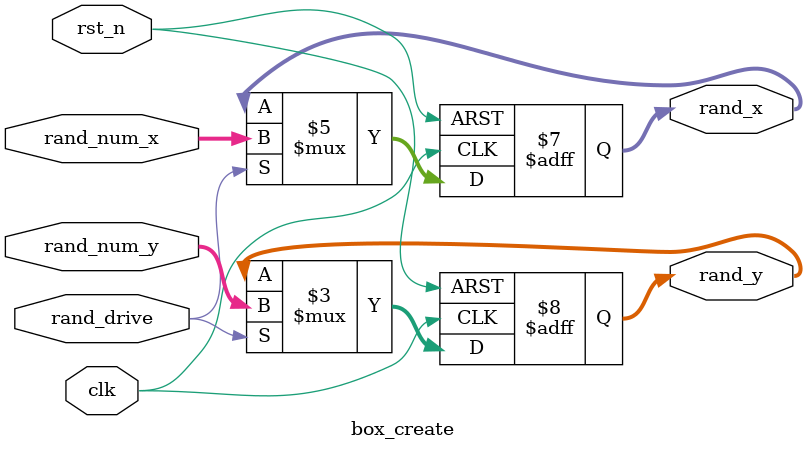
<source format=v>
module box_create(
    input clk,
    input rst_n,
    input[6:0] rand_num_x,
	 input[4:0] rand_num_y,
//-----------------------------------驱动信号，用来单稳态触发盒子生成---------------------------
    input rand_drive,
    output reg[6:0]rand_x,
    output reg[4:0]rand_y
    );
//-----------------------------------------------------------------------------------------
always@(posedge clk or negedge rst_n)
   if(!rst_n)  begin
			rand_x <= 7'b0100000;
			rand_y <= 5'b01000;
	end
   else begin 			//0.1s的延迟
            if(rand_drive) begin 
					rand_x <= rand_num_x; 
					rand_y <= rand_num_y; 
				end
	end
endmodule





</source>
